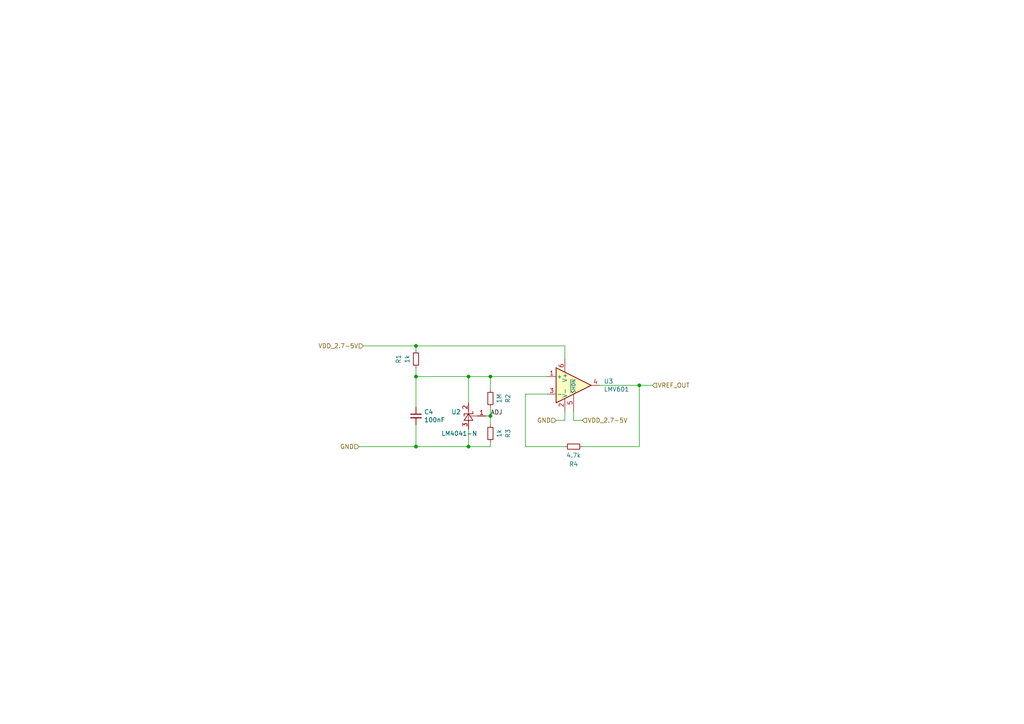
<source format=kicad_sch>
(kicad_sch (version 20211123) (generator eeschema)
  (paper "A4")
  (lib_symbols
    (symbol "Amplifier_Operational:LMV601" (pin_names (offset 0.127))
      (property "Reference" "U" (at 3.81 3.81 0))
      (property "Value" "LMV601" (at 3.81 -3.81 0))
      (symbol "LMV601_0_1"
        (polyline (pts (xy -5.08 5.08) (xy 5.08 0) (xy -5.08 -5.08) (xy -5.08 5.08)) (stroke (width 0.254)) (fill (type background)))
      )
      (symbol "LMV601_1_1"
        (pin input line (at -7.62 2.54 0) (length 2.54) (name "+") (number "1"))
        (pin power_in line (at -2.54 -7.62 90) (length 3.81) (name "V-") (number "2"))
        (pin input line (at -7.62 -2.54 0) (length 2.54) (name "-") (number "3"))
        (pin output line (at 7.62 0 180) (length 2.54) (name "~") (number "4"))
        (pin input line (at 0 -7.62 90) (length 5.08) (name "~{SHDN}") (number "5"))
        (pin power_in line (at -2.54 7.62 270) (length 3.81) (name "V+") (number "6"))
      )
    )
    (symbol "Device:C_Small" (pin_numbers hide) (pin_names (offset 0.254) hide)
      (property "Reference" "C" (at 0.254 1.778 0))
      (property "Value" "C_Small" (at 0.254 -2.032 0))
      (symbol "C_Small_0_1"
        (polyline (pts (xy -1.524 -0.508) (xy 1.524 -0.508)) (stroke (width 0.3302)))
        (polyline (pts (xy -1.524 0.508) (xy 1.524 0.508)) (stroke (width 0.3048)))
      )
      (symbol "C_Small_1_1"
        (pin passive line (at 0 2.54 270) (length 2.032) (name "~") (number "1"))
        (pin passive line (at 0 -2.54 90) (length 2.032) (name "~") (number "2"))
      )
    )
    (symbol "Device:R_Small" (pin_numbers hide) (pin_names (offset 0.254) hide)
      (property "Reference" "R" (at 0.762 0.508 0))
      (property "Value" "R_Small" (at 0.762 -1.016 0))
      (symbol "R_Small_0_1"
        (rectangle (start -0.762 1.778) (end 0.762 -1.778) (stroke (width 0.2032)))
      )
      (symbol "R_Small_1_1"
        (pin passive line (at 0 2.54 270) (length 0.762) (name "~") (number "1"))
        (pin passive line (at 0 -2.54 90) (length 0.762) (name "~") (number "2"))
      )
    )
    (symbol "iso_curr_sns_TCMS1100-rescue:LM4041-N-2021_bt5_headtracker_symbols" (pin_names (offset 0.0254) hide)
      (property "Reference" "U" (at 2.54 3.81 0))
      (property "Value" "LM4041-N-2021_bt5_headtracker_symbols" (at 0 -3.175 0))
      (symbol "LM4041-N-2021_bt5_headtracker_symbols_0_1"
        (polyline (pts (xy 0 2.54) (xy 0 0.508)))
        (polyline (pts (xy -1.27 0) (xy 0 0) (xy 1.27 0)))
        (polyline (pts (xy -1.27 -1.27) (xy 0.635 0) (xy -1.27 1.27) (xy -1.27 -1.27)) (stroke (width 0.2032)))
        (polyline (pts (xy 0 -1.27) (xy 0.635 -1.27) (xy 0.635 1.27) (xy 1.27 1.27)) (stroke (width 0.2032)))
      )
      (symbol "LM4041-N-2021_bt5_headtracker_symbols_1_1"
        (pin input line (at 0 5.08 270) (length 2.54) (name "FB") (number "1"))
        (pin passive line (at 3.81 0 180) (length 2.54) (name "K") (number "2"))
        (pin passive line (at -3.81 0 0) (length 2.54) (name "A") (number "3"))
      )
    )
  )
  (junction (at 142.24 109.22))
  (junction (at 120.65 109.22))
  (junction (at 120.65 129.54))
  (junction (at 185.42 111.76))
  (junction (at 135.89 129.54))
  (junction (at 135.89 109.22))
  (junction (at 120.65 100.33))
  (junction (at 142.24 120.65))
  (wire (pts (xy 120.65 101.6) (xy 120.65 100.33)))
  (wire (pts (xy 163.83 121.92) (xy 161.29 121.92)))
  (wire (pts (xy 142.24 120.65) (xy 142.24 123.19)))
  (wire (pts (xy 120.65 123.19) (xy 120.65 129.54)))
  (wire (pts (xy 166.37 119.38) (xy 166.37 121.92)))
  (wire (pts (xy 142.24 109.22) (xy 135.89 109.22)))
  (wire (pts (xy 168.91 129.54) (xy 185.42 129.54)))
  (wire (pts (xy 142.24 128.27) (xy 142.24 129.54)))
  (wire (pts (xy 142.24 118.11) (xy 142.24 120.65)))
  (wire (pts (xy 142.24 109.22) (xy 158.75 109.22)))
  (wire (pts (xy 120.65 129.54) (xy 135.89 129.54)))
  (wire (pts (xy 152.4 129.54) (xy 163.83 129.54)))
  (wire (pts (xy 142.24 129.54) (xy 135.89 129.54)))
  (wire (pts (xy 142.24 109.22) (xy 142.24 113.03)))
  (wire (pts (xy 152.4 114.3) (xy 152.4 129.54)))
  (wire (pts (xy 166.37 121.92) (xy 168.91 121.92)))
  (wire (pts (xy 158.75 114.3) (xy 152.4 114.3)))
  (wire (pts (xy 120.65 109.22) (xy 120.65 118.11)))
  (wire (pts (xy 185.42 129.54) (xy 185.42 111.76)))
  (wire (pts (xy 120.65 100.33) (xy 163.83 100.33)))
  (wire (pts (xy 105.41 100.33) (xy 120.65 100.33)))
  (wire (pts (xy 104.14 129.54) (xy 120.65 129.54)))
  (wire (pts (xy 163.83 100.33) (xy 163.83 104.14)))
  (wire (pts (xy 135.89 124.46) (xy 135.89 129.54)))
  (wire (pts (xy 135.89 109.22) (xy 135.89 116.84)))
  (wire (pts (xy 189.23 111.76) (xy 185.42 111.76)))
  (wire (pts (xy 163.83 119.38) (xy 163.83 121.92)))
  (wire (pts (xy 140.97 120.65) (xy 142.24 120.65)))
  (wire (pts (xy 120.65 109.22) (xy 135.89 109.22)))
  (wire (pts (xy 185.42 111.76) (xy 173.99 111.76)))
  (wire (pts (xy 120.65 106.68) (xy 120.65 109.22)))
  (label "ADJ" (at 142.24 120.65 0))
  (hierarchical_label "GND" (shape input) (at 104.14 129.54 180))
  (hierarchical_label "VDD_2.7-5V" (shape input) (at 105.41 100.33 180))
  (hierarchical_label "VREF_OUT" (shape input) (at 189.23 111.76 0))
  (hierarchical_label "VDD_2.7-5V" (shape input) (at 168.91 121.92 0))
  (hierarchical_label "GND" (shape input) (at 161.29 121.92 180))
  (symbol (lib_id "Amplifier_Operational:LMV601") (at 166.37 111.76 0)
    (property "Reference" "U3" (at 175.1076 110.5916 0) (effects (justify left)))
    (property "Value" "LMV601" (at 175.1076 112.903 0) (effects (justify left)))
    (property "Footprint" "Package_TO_SOT_SMD:SOT-363_SC-70-6" (effects hide))
    (property "Datasheet" "http://www.ti.com/lit/ds/symlink/lmv601.pdf" (effects hide))
  )
  (symbol (lib_id "Device:R_Small") (at 166.37 129.54 90)
    (property "Reference" "R4" (at 166.37 134.62 90))
    (property "Value" "4.7k" (at 166.37 132.08 90))
    (property "Footprint" "Resistor_SMD:R_0402_1005Metric" (effects hide))
  )
  (symbol (lib_id "Device:R_Small") (at 120.65 104.14 0)
    (property "Reference" "R1" (at 115.57 104.14 90))
    (property "Value" "1k" (at 118.11 104.14 90))
    (property "Footprint" "Resistor_SMD:R_0402_1005Metric" (effects hide))
  )
  (symbol (lib_id "Device:C_Small") (at 120.65 120.65 0)
    (property "Reference" "C4" (at 122.9868 119.4816 0) (effects (justify left)))
    (property "Value" "100nF" (at 122.9868 121.793 0) (effects (justify left)))
    (property "Footprint" "Capacitor_SMD:C_0402_1005Metric" (effects hide))
  )
  (symbol (lib_id "Device:R_Small") (at 142.24 115.57 0) (mirror y)
    (property "Reference" "R2" (at 147.32 115.57 90))
    (property "Value" "1M" (at 144.78 115.57 90))
    (property "Footprint" "Resistor_SMD:R_0402_1005Metric" (effects hide))
  )
  (symbol (lib_id "iso_curr_sns_TCMS1100-rescue:LM4041-N-2021_bt5_headtracker_symbols") (at 135.89 120.65 270) (mirror x)
    (property "Reference" "U2" (at 133.6548 119.4816 90) (effects (justify right)))
    (property "Value" "LM4041-N" (at 138.43 125.73 90) (effects (justify right)))
    (property "Footprint" "Package_TO_SOT_SMD:SOT-23" (effects hide))
    (property "Datasheet" "http://www.ti.com/lit/ds/symlink/lm4041-n.pdf" (effects hide))
  )
  (symbol (lib_id "Device:R_Small") (at 142.24 125.73 0) (mirror y)
    (property "Reference" "R3" (at 147.32 125.73 90))
    (property "Value" "1k" (at 144.78 125.73 90))
    (property "Footprint" "Resistor_SMD:R_0402_1005Metric" (effects hide))
  )
)
</source>
